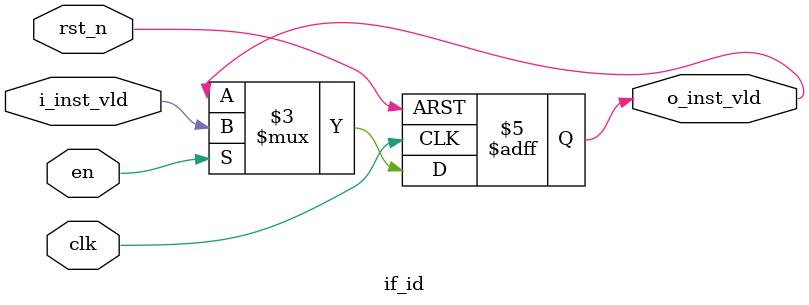
<source format=v>
module if_id (
    input clk,
    input rst_n,
    input en,

    input       i_inst_vld,
    output reg  o_inst_vld
    
    /* other signal will generate by instruction rom */
);
    always @(posedge clk or negedge rst_n) begin
        if (!rst_n) begin
            o_inst_vld <= 1'b0;
        end
        else if (en) begin
            o_inst_vld <= i_inst_vld;
        end
    end
endmodule
</source>
